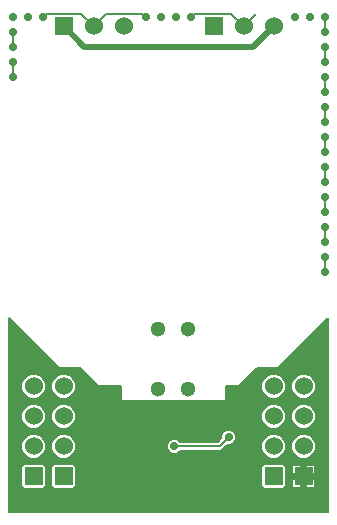
<source format=gbl>
G04 (created by PCBNEW (2013-mar-13)-stable) date Fri 09 Oct 2015 12:04:18 PM CEST*
%MOIN*%
G04 Gerber Fmt 3.4, Leading zero omitted, Abs format*
%FSLAX34Y34*%
G01*
G70*
G90*
G04 APERTURE LIST*
%ADD10C,0.005906*%
%ADD11R,0.060000X0.060000*%
%ADD12C,0.060000*%
%ADD13C,0.051181*%
%ADD14C,0.028000*%
%ADD15C,0.008000*%
%ADD16C,0.020000*%
%ADD17C,0.006000*%
G04 APERTURE END LIST*
G54D10*
G54D11*
X45000Y-26000D03*
G54D12*
X46000Y-26000D03*
X47000Y-26000D03*
G54D11*
X40000Y-26000D03*
G54D12*
X41000Y-26000D03*
X42000Y-26000D03*
G54D11*
X48000Y-41000D03*
G54D12*
X48000Y-40000D03*
X48000Y-39000D03*
X48000Y-38000D03*
G54D11*
X47000Y-41000D03*
G54D12*
X47000Y-40000D03*
X47000Y-39000D03*
X47000Y-38000D03*
G54D11*
X39000Y-41000D03*
G54D12*
X39000Y-40000D03*
X39000Y-39000D03*
X39000Y-38000D03*
G54D11*
X40000Y-41000D03*
G54D12*
X40000Y-40000D03*
X40000Y-39000D03*
X40000Y-38000D03*
G54D13*
X43150Y-38100D03*
X43150Y-36100D03*
X44150Y-38100D03*
X44150Y-36100D03*
G54D14*
X48200Y-25700D03*
X47700Y-25700D03*
X48700Y-25700D03*
X48700Y-34200D03*
X48700Y-33700D03*
X48700Y-33200D03*
X48700Y-32700D03*
X48700Y-32200D03*
X48700Y-31700D03*
X48700Y-31200D03*
X48700Y-30700D03*
X48700Y-30200D03*
X48700Y-29700D03*
X48700Y-29200D03*
X48700Y-28700D03*
X48700Y-28200D03*
X48700Y-27700D03*
X48700Y-27200D03*
X48700Y-26700D03*
X48700Y-26200D03*
X45500Y-39690D03*
X43690Y-39990D03*
X48600Y-37540D03*
X43340Y-39990D03*
X41050Y-39200D03*
X40770Y-40720D03*
X42180Y-39200D03*
X39300Y-25700D03*
X38300Y-25700D03*
X38800Y-25700D03*
X38300Y-27700D03*
X38300Y-27200D03*
X38300Y-26700D03*
X38300Y-26200D03*
X44250Y-25700D03*
X42750Y-25700D03*
X43750Y-25700D03*
X43250Y-25700D03*
G54D15*
X48700Y-25700D02*
X48700Y-26200D01*
X48700Y-33700D02*
X48700Y-34200D01*
X48700Y-32700D02*
X48700Y-33200D01*
X48700Y-31700D02*
X48700Y-32200D01*
X48700Y-30700D02*
X48700Y-31200D01*
X48700Y-29700D02*
X48700Y-30200D01*
X48700Y-28700D02*
X48700Y-29200D01*
X48700Y-27700D02*
X48700Y-28200D01*
X48700Y-26700D02*
X48700Y-27200D01*
X45200Y-39990D02*
X45500Y-39690D01*
X43690Y-39990D02*
X45200Y-39990D01*
X48000Y-41000D02*
X48000Y-41600D01*
X46550Y-41740D02*
X46410Y-41600D01*
X47860Y-41740D02*
X46550Y-41740D01*
X48000Y-41600D02*
X47860Y-41740D01*
X42180Y-39200D02*
X42550Y-39200D01*
X42550Y-39200D02*
X43340Y-39990D01*
X43340Y-39990D02*
X43340Y-40400D01*
X43520Y-40580D02*
X45110Y-40580D01*
X43340Y-40400D02*
X43520Y-40580D01*
X46130Y-41600D02*
X46410Y-41600D01*
X45110Y-40580D02*
X46130Y-41600D01*
X41050Y-39200D02*
X41050Y-40440D01*
X42180Y-39200D02*
X41050Y-39200D01*
X41050Y-40440D02*
X40770Y-40720D01*
G54D16*
X46325Y-26675D02*
X40675Y-26675D01*
X47000Y-26000D02*
X46325Y-26675D01*
X40675Y-26675D02*
X40000Y-26000D01*
G54D15*
X40575Y-25575D02*
X39425Y-25575D01*
X39425Y-25575D02*
X39300Y-25700D01*
X40575Y-25575D02*
X41000Y-26000D01*
X38300Y-27200D02*
X38300Y-27700D01*
X38300Y-26200D02*
X38300Y-26700D01*
X46000Y-26000D02*
X46425Y-25575D01*
X45575Y-25575D02*
X44375Y-25575D01*
X44375Y-25575D02*
X44250Y-25700D01*
X46000Y-26000D02*
X45575Y-25575D01*
X41425Y-25575D02*
X42625Y-25575D01*
X41425Y-25575D02*
X41000Y-26000D01*
X42750Y-25700D02*
X42625Y-25575D01*
G54D10*
G36*
X48820Y-42170D02*
X48410Y-42170D01*
X48410Y-39918D01*
X48410Y-38918D01*
X48410Y-37918D01*
X48347Y-37768D01*
X48232Y-37652D01*
X48081Y-37590D01*
X47918Y-37589D01*
X47768Y-37652D01*
X47652Y-37767D01*
X47590Y-37918D01*
X47589Y-38081D01*
X47652Y-38231D01*
X47767Y-38347D01*
X47918Y-38409D01*
X48081Y-38410D01*
X48231Y-38347D01*
X48347Y-38232D01*
X48409Y-38081D01*
X48410Y-37918D01*
X48410Y-38918D01*
X48347Y-38768D01*
X48232Y-38652D01*
X48081Y-38590D01*
X47918Y-38589D01*
X47768Y-38652D01*
X47652Y-38767D01*
X47590Y-38918D01*
X47589Y-39081D01*
X47652Y-39231D01*
X47767Y-39347D01*
X47918Y-39409D01*
X48081Y-39410D01*
X48231Y-39347D01*
X48347Y-39232D01*
X48409Y-39081D01*
X48410Y-38918D01*
X48410Y-39918D01*
X48347Y-39768D01*
X48232Y-39652D01*
X48081Y-39590D01*
X47918Y-39589D01*
X47768Y-39652D01*
X47652Y-39767D01*
X47590Y-39918D01*
X47589Y-40081D01*
X47652Y-40231D01*
X47767Y-40347D01*
X47918Y-40409D01*
X48081Y-40410D01*
X48231Y-40347D01*
X48347Y-40232D01*
X48409Y-40081D01*
X48410Y-39918D01*
X48410Y-42170D01*
X48390Y-42170D01*
X48390Y-41317D01*
X48390Y-41092D01*
X48390Y-40907D01*
X48390Y-40682D01*
X48376Y-40649D01*
X48350Y-40623D01*
X48317Y-40610D01*
X48282Y-40610D01*
X48092Y-40610D01*
X48070Y-40632D01*
X48070Y-40930D01*
X48367Y-40930D01*
X48390Y-40907D01*
X48390Y-41092D01*
X48367Y-41070D01*
X48070Y-41070D01*
X48070Y-41367D01*
X48092Y-41390D01*
X48282Y-41390D01*
X48317Y-41390D01*
X48350Y-41376D01*
X48376Y-41350D01*
X48390Y-41317D01*
X48390Y-42170D01*
X47930Y-42170D01*
X47930Y-41367D01*
X47930Y-41070D01*
X47930Y-40930D01*
X47930Y-40632D01*
X47907Y-40610D01*
X47717Y-40610D01*
X47682Y-40610D01*
X47649Y-40623D01*
X47623Y-40649D01*
X47610Y-40682D01*
X47610Y-40907D01*
X47632Y-40930D01*
X47930Y-40930D01*
X47930Y-41070D01*
X47632Y-41070D01*
X47610Y-41092D01*
X47610Y-41317D01*
X47623Y-41350D01*
X47649Y-41376D01*
X47682Y-41390D01*
X47717Y-41390D01*
X47907Y-41390D01*
X47930Y-41367D01*
X47930Y-42170D01*
X47410Y-42170D01*
X47410Y-39918D01*
X47410Y-38918D01*
X47410Y-37918D01*
X47347Y-37768D01*
X47232Y-37652D01*
X47081Y-37590D01*
X46918Y-37589D01*
X46768Y-37652D01*
X46652Y-37767D01*
X46590Y-37918D01*
X46589Y-38081D01*
X46652Y-38231D01*
X46767Y-38347D01*
X46918Y-38409D01*
X47081Y-38410D01*
X47231Y-38347D01*
X47347Y-38232D01*
X47409Y-38081D01*
X47410Y-37918D01*
X47410Y-38918D01*
X47347Y-38768D01*
X47232Y-38652D01*
X47081Y-38590D01*
X46918Y-38589D01*
X46768Y-38652D01*
X46652Y-38767D01*
X46590Y-38918D01*
X46589Y-39081D01*
X46652Y-39231D01*
X46767Y-39347D01*
X46918Y-39409D01*
X47081Y-39410D01*
X47231Y-39347D01*
X47347Y-39232D01*
X47409Y-39081D01*
X47410Y-38918D01*
X47410Y-39918D01*
X47347Y-39768D01*
X47232Y-39652D01*
X47081Y-39590D01*
X46918Y-39589D01*
X46768Y-39652D01*
X46652Y-39767D01*
X46590Y-39918D01*
X46589Y-40081D01*
X46652Y-40231D01*
X46767Y-40347D01*
X46918Y-40409D01*
X47081Y-40410D01*
X47231Y-40347D01*
X47347Y-40232D01*
X47409Y-40081D01*
X47410Y-39918D01*
X47410Y-42170D01*
X47410Y-42170D01*
X47410Y-41321D01*
X47410Y-41278D01*
X47410Y-40678D01*
X47393Y-40637D01*
X47362Y-40606D01*
X47321Y-40590D01*
X47278Y-40590D01*
X46678Y-40590D01*
X46637Y-40606D01*
X46606Y-40637D01*
X46590Y-40678D01*
X46590Y-40721D01*
X46590Y-41321D01*
X46606Y-41362D01*
X46637Y-41393D01*
X46678Y-41410D01*
X46721Y-41410D01*
X47321Y-41410D01*
X47362Y-41393D01*
X47393Y-41362D01*
X47410Y-41321D01*
X47410Y-42170D01*
X45750Y-42170D01*
X45750Y-39640D01*
X45712Y-39548D01*
X45641Y-39478D01*
X45549Y-39440D01*
X45450Y-39439D01*
X45358Y-39477D01*
X45288Y-39548D01*
X45250Y-39640D01*
X45249Y-39727D01*
X45137Y-39840D01*
X43893Y-39840D01*
X43831Y-39778D01*
X43739Y-39740D01*
X43640Y-39739D01*
X43548Y-39777D01*
X43478Y-39848D01*
X43440Y-39940D01*
X43439Y-40039D01*
X43477Y-40131D01*
X43548Y-40201D01*
X43640Y-40239D01*
X43739Y-40240D01*
X43831Y-40202D01*
X43893Y-40140D01*
X45200Y-40140D01*
X45257Y-40128D01*
X45257Y-40128D01*
X45306Y-40096D01*
X45462Y-39939D01*
X45549Y-39940D01*
X45641Y-39902D01*
X45711Y-39831D01*
X45749Y-39739D01*
X45750Y-39640D01*
X45750Y-42170D01*
X40410Y-42170D01*
X40410Y-39918D01*
X40410Y-38918D01*
X40410Y-37918D01*
X40347Y-37768D01*
X40232Y-37652D01*
X40081Y-37590D01*
X39918Y-37589D01*
X39768Y-37652D01*
X39652Y-37767D01*
X39590Y-37918D01*
X39589Y-38081D01*
X39652Y-38231D01*
X39767Y-38347D01*
X39918Y-38409D01*
X40081Y-38410D01*
X40231Y-38347D01*
X40347Y-38232D01*
X40409Y-38081D01*
X40410Y-37918D01*
X40410Y-38918D01*
X40347Y-38768D01*
X40232Y-38652D01*
X40081Y-38590D01*
X39918Y-38589D01*
X39768Y-38652D01*
X39652Y-38767D01*
X39590Y-38918D01*
X39589Y-39081D01*
X39652Y-39231D01*
X39767Y-39347D01*
X39918Y-39409D01*
X40081Y-39410D01*
X40231Y-39347D01*
X40347Y-39232D01*
X40409Y-39081D01*
X40410Y-38918D01*
X40410Y-39918D01*
X40347Y-39768D01*
X40232Y-39652D01*
X40081Y-39590D01*
X39918Y-39589D01*
X39768Y-39652D01*
X39652Y-39767D01*
X39590Y-39918D01*
X39589Y-40081D01*
X39652Y-40231D01*
X39767Y-40347D01*
X39918Y-40409D01*
X40081Y-40410D01*
X40231Y-40347D01*
X40347Y-40232D01*
X40409Y-40081D01*
X40410Y-39918D01*
X40410Y-42170D01*
X40410Y-42170D01*
X40410Y-41321D01*
X40410Y-41278D01*
X40410Y-40678D01*
X40393Y-40637D01*
X40362Y-40606D01*
X40321Y-40590D01*
X40278Y-40590D01*
X39678Y-40590D01*
X39637Y-40606D01*
X39606Y-40637D01*
X39590Y-40678D01*
X39590Y-40721D01*
X39590Y-41321D01*
X39606Y-41362D01*
X39637Y-41393D01*
X39678Y-41410D01*
X39721Y-41410D01*
X40321Y-41410D01*
X40362Y-41393D01*
X40393Y-41362D01*
X40410Y-41321D01*
X40410Y-42170D01*
X39410Y-42170D01*
X39410Y-39918D01*
X39410Y-38918D01*
X39410Y-37918D01*
X39347Y-37768D01*
X39232Y-37652D01*
X39081Y-37590D01*
X38918Y-37589D01*
X38768Y-37652D01*
X38652Y-37767D01*
X38590Y-37918D01*
X38589Y-38081D01*
X38652Y-38231D01*
X38767Y-38347D01*
X38918Y-38409D01*
X39081Y-38410D01*
X39231Y-38347D01*
X39347Y-38232D01*
X39409Y-38081D01*
X39410Y-37918D01*
X39410Y-38918D01*
X39347Y-38768D01*
X39232Y-38652D01*
X39081Y-38590D01*
X38918Y-38589D01*
X38768Y-38652D01*
X38652Y-38767D01*
X38590Y-38918D01*
X38589Y-39081D01*
X38652Y-39231D01*
X38767Y-39347D01*
X38918Y-39409D01*
X39081Y-39410D01*
X39231Y-39347D01*
X39347Y-39232D01*
X39409Y-39081D01*
X39410Y-38918D01*
X39410Y-39918D01*
X39347Y-39768D01*
X39232Y-39652D01*
X39081Y-39590D01*
X38918Y-39589D01*
X38768Y-39652D01*
X38652Y-39767D01*
X38590Y-39918D01*
X38589Y-40081D01*
X38652Y-40231D01*
X38767Y-40347D01*
X38918Y-40409D01*
X39081Y-40410D01*
X39231Y-40347D01*
X39347Y-40232D01*
X39409Y-40081D01*
X39410Y-39918D01*
X39410Y-42170D01*
X39410Y-42170D01*
X39410Y-41321D01*
X39410Y-41278D01*
X39410Y-40678D01*
X39393Y-40637D01*
X39362Y-40606D01*
X39321Y-40590D01*
X39278Y-40590D01*
X38678Y-40590D01*
X38637Y-40606D01*
X38606Y-40637D01*
X38590Y-40678D01*
X38590Y-40721D01*
X38590Y-41321D01*
X38606Y-41362D01*
X38637Y-41393D01*
X38678Y-41410D01*
X38721Y-41410D01*
X39321Y-41410D01*
X39362Y-41393D01*
X39393Y-41362D01*
X39410Y-41321D01*
X39410Y-42170D01*
X38179Y-42170D01*
X38179Y-35722D01*
X39837Y-37380D01*
X40537Y-37380D01*
X41137Y-37980D01*
X41900Y-37980D01*
X41900Y-38480D01*
X45420Y-38480D01*
X45420Y-37980D01*
X45862Y-37980D01*
X46462Y-37380D01*
X47162Y-37380D01*
X48820Y-35722D01*
X48820Y-42170D01*
X48820Y-42170D01*
G37*
G54D17*
X48820Y-42170D02*
X48410Y-42170D01*
X48410Y-39918D01*
X48410Y-38918D01*
X48410Y-37918D01*
X48347Y-37768D01*
X48232Y-37652D01*
X48081Y-37590D01*
X47918Y-37589D01*
X47768Y-37652D01*
X47652Y-37767D01*
X47590Y-37918D01*
X47589Y-38081D01*
X47652Y-38231D01*
X47767Y-38347D01*
X47918Y-38409D01*
X48081Y-38410D01*
X48231Y-38347D01*
X48347Y-38232D01*
X48409Y-38081D01*
X48410Y-37918D01*
X48410Y-38918D01*
X48347Y-38768D01*
X48232Y-38652D01*
X48081Y-38590D01*
X47918Y-38589D01*
X47768Y-38652D01*
X47652Y-38767D01*
X47590Y-38918D01*
X47589Y-39081D01*
X47652Y-39231D01*
X47767Y-39347D01*
X47918Y-39409D01*
X48081Y-39410D01*
X48231Y-39347D01*
X48347Y-39232D01*
X48409Y-39081D01*
X48410Y-38918D01*
X48410Y-39918D01*
X48347Y-39768D01*
X48232Y-39652D01*
X48081Y-39590D01*
X47918Y-39589D01*
X47768Y-39652D01*
X47652Y-39767D01*
X47590Y-39918D01*
X47589Y-40081D01*
X47652Y-40231D01*
X47767Y-40347D01*
X47918Y-40409D01*
X48081Y-40410D01*
X48231Y-40347D01*
X48347Y-40232D01*
X48409Y-40081D01*
X48410Y-39918D01*
X48410Y-42170D01*
X48390Y-42170D01*
X48390Y-41317D01*
X48390Y-41092D01*
X48390Y-40907D01*
X48390Y-40682D01*
X48376Y-40649D01*
X48350Y-40623D01*
X48317Y-40610D01*
X48282Y-40610D01*
X48092Y-40610D01*
X48070Y-40632D01*
X48070Y-40930D01*
X48367Y-40930D01*
X48390Y-40907D01*
X48390Y-41092D01*
X48367Y-41070D01*
X48070Y-41070D01*
X48070Y-41367D01*
X48092Y-41390D01*
X48282Y-41390D01*
X48317Y-41390D01*
X48350Y-41376D01*
X48376Y-41350D01*
X48390Y-41317D01*
X48390Y-42170D01*
X47930Y-42170D01*
X47930Y-41367D01*
X47930Y-41070D01*
X47930Y-40930D01*
X47930Y-40632D01*
X47907Y-40610D01*
X47717Y-40610D01*
X47682Y-40610D01*
X47649Y-40623D01*
X47623Y-40649D01*
X47610Y-40682D01*
X47610Y-40907D01*
X47632Y-40930D01*
X47930Y-40930D01*
X47930Y-41070D01*
X47632Y-41070D01*
X47610Y-41092D01*
X47610Y-41317D01*
X47623Y-41350D01*
X47649Y-41376D01*
X47682Y-41390D01*
X47717Y-41390D01*
X47907Y-41390D01*
X47930Y-41367D01*
X47930Y-42170D01*
X47410Y-42170D01*
X47410Y-39918D01*
X47410Y-38918D01*
X47410Y-37918D01*
X47347Y-37768D01*
X47232Y-37652D01*
X47081Y-37590D01*
X46918Y-37589D01*
X46768Y-37652D01*
X46652Y-37767D01*
X46590Y-37918D01*
X46589Y-38081D01*
X46652Y-38231D01*
X46767Y-38347D01*
X46918Y-38409D01*
X47081Y-38410D01*
X47231Y-38347D01*
X47347Y-38232D01*
X47409Y-38081D01*
X47410Y-37918D01*
X47410Y-38918D01*
X47347Y-38768D01*
X47232Y-38652D01*
X47081Y-38590D01*
X46918Y-38589D01*
X46768Y-38652D01*
X46652Y-38767D01*
X46590Y-38918D01*
X46589Y-39081D01*
X46652Y-39231D01*
X46767Y-39347D01*
X46918Y-39409D01*
X47081Y-39410D01*
X47231Y-39347D01*
X47347Y-39232D01*
X47409Y-39081D01*
X47410Y-38918D01*
X47410Y-39918D01*
X47347Y-39768D01*
X47232Y-39652D01*
X47081Y-39590D01*
X46918Y-39589D01*
X46768Y-39652D01*
X46652Y-39767D01*
X46590Y-39918D01*
X46589Y-40081D01*
X46652Y-40231D01*
X46767Y-40347D01*
X46918Y-40409D01*
X47081Y-40410D01*
X47231Y-40347D01*
X47347Y-40232D01*
X47409Y-40081D01*
X47410Y-39918D01*
X47410Y-42170D01*
X47410Y-42170D01*
X47410Y-41321D01*
X47410Y-41278D01*
X47410Y-40678D01*
X47393Y-40637D01*
X47362Y-40606D01*
X47321Y-40590D01*
X47278Y-40590D01*
X46678Y-40590D01*
X46637Y-40606D01*
X46606Y-40637D01*
X46590Y-40678D01*
X46590Y-40721D01*
X46590Y-41321D01*
X46606Y-41362D01*
X46637Y-41393D01*
X46678Y-41410D01*
X46721Y-41410D01*
X47321Y-41410D01*
X47362Y-41393D01*
X47393Y-41362D01*
X47410Y-41321D01*
X47410Y-42170D01*
X45750Y-42170D01*
X45750Y-39640D01*
X45712Y-39548D01*
X45641Y-39478D01*
X45549Y-39440D01*
X45450Y-39439D01*
X45358Y-39477D01*
X45288Y-39548D01*
X45250Y-39640D01*
X45249Y-39727D01*
X45137Y-39840D01*
X43893Y-39840D01*
X43831Y-39778D01*
X43739Y-39740D01*
X43640Y-39739D01*
X43548Y-39777D01*
X43478Y-39848D01*
X43440Y-39940D01*
X43439Y-40039D01*
X43477Y-40131D01*
X43548Y-40201D01*
X43640Y-40239D01*
X43739Y-40240D01*
X43831Y-40202D01*
X43893Y-40140D01*
X45200Y-40140D01*
X45257Y-40128D01*
X45257Y-40128D01*
X45306Y-40096D01*
X45462Y-39939D01*
X45549Y-39940D01*
X45641Y-39902D01*
X45711Y-39831D01*
X45749Y-39739D01*
X45750Y-39640D01*
X45750Y-42170D01*
X40410Y-42170D01*
X40410Y-39918D01*
X40410Y-38918D01*
X40410Y-37918D01*
X40347Y-37768D01*
X40232Y-37652D01*
X40081Y-37590D01*
X39918Y-37589D01*
X39768Y-37652D01*
X39652Y-37767D01*
X39590Y-37918D01*
X39589Y-38081D01*
X39652Y-38231D01*
X39767Y-38347D01*
X39918Y-38409D01*
X40081Y-38410D01*
X40231Y-38347D01*
X40347Y-38232D01*
X40409Y-38081D01*
X40410Y-37918D01*
X40410Y-38918D01*
X40347Y-38768D01*
X40232Y-38652D01*
X40081Y-38590D01*
X39918Y-38589D01*
X39768Y-38652D01*
X39652Y-38767D01*
X39590Y-38918D01*
X39589Y-39081D01*
X39652Y-39231D01*
X39767Y-39347D01*
X39918Y-39409D01*
X40081Y-39410D01*
X40231Y-39347D01*
X40347Y-39232D01*
X40409Y-39081D01*
X40410Y-38918D01*
X40410Y-39918D01*
X40347Y-39768D01*
X40232Y-39652D01*
X40081Y-39590D01*
X39918Y-39589D01*
X39768Y-39652D01*
X39652Y-39767D01*
X39590Y-39918D01*
X39589Y-40081D01*
X39652Y-40231D01*
X39767Y-40347D01*
X39918Y-40409D01*
X40081Y-40410D01*
X40231Y-40347D01*
X40347Y-40232D01*
X40409Y-40081D01*
X40410Y-39918D01*
X40410Y-42170D01*
X40410Y-42170D01*
X40410Y-41321D01*
X40410Y-41278D01*
X40410Y-40678D01*
X40393Y-40637D01*
X40362Y-40606D01*
X40321Y-40590D01*
X40278Y-40590D01*
X39678Y-40590D01*
X39637Y-40606D01*
X39606Y-40637D01*
X39590Y-40678D01*
X39590Y-40721D01*
X39590Y-41321D01*
X39606Y-41362D01*
X39637Y-41393D01*
X39678Y-41410D01*
X39721Y-41410D01*
X40321Y-41410D01*
X40362Y-41393D01*
X40393Y-41362D01*
X40410Y-41321D01*
X40410Y-42170D01*
X39410Y-42170D01*
X39410Y-39918D01*
X39410Y-38918D01*
X39410Y-37918D01*
X39347Y-37768D01*
X39232Y-37652D01*
X39081Y-37590D01*
X38918Y-37589D01*
X38768Y-37652D01*
X38652Y-37767D01*
X38590Y-37918D01*
X38589Y-38081D01*
X38652Y-38231D01*
X38767Y-38347D01*
X38918Y-38409D01*
X39081Y-38410D01*
X39231Y-38347D01*
X39347Y-38232D01*
X39409Y-38081D01*
X39410Y-37918D01*
X39410Y-38918D01*
X39347Y-38768D01*
X39232Y-38652D01*
X39081Y-38590D01*
X38918Y-38589D01*
X38768Y-38652D01*
X38652Y-38767D01*
X38590Y-38918D01*
X38589Y-39081D01*
X38652Y-39231D01*
X38767Y-39347D01*
X38918Y-39409D01*
X39081Y-39410D01*
X39231Y-39347D01*
X39347Y-39232D01*
X39409Y-39081D01*
X39410Y-38918D01*
X39410Y-39918D01*
X39347Y-39768D01*
X39232Y-39652D01*
X39081Y-39590D01*
X38918Y-39589D01*
X38768Y-39652D01*
X38652Y-39767D01*
X38590Y-39918D01*
X38589Y-40081D01*
X38652Y-40231D01*
X38767Y-40347D01*
X38918Y-40409D01*
X39081Y-40410D01*
X39231Y-40347D01*
X39347Y-40232D01*
X39409Y-40081D01*
X39410Y-39918D01*
X39410Y-42170D01*
X39410Y-42170D01*
X39410Y-41321D01*
X39410Y-41278D01*
X39410Y-40678D01*
X39393Y-40637D01*
X39362Y-40606D01*
X39321Y-40590D01*
X39278Y-40590D01*
X38678Y-40590D01*
X38637Y-40606D01*
X38606Y-40637D01*
X38590Y-40678D01*
X38590Y-40721D01*
X38590Y-41321D01*
X38606Y-41362D01*
X38637Y-41393D01*
X38678Y-41410D01*
X38721Y-41410D01*
X39321Y-41410D01*
X39362Y-41393D01*
X39393Y-41362D01*
X39410Y-41321D01*
X39410Y-42170D01*
X38179Y-42170D01*
X38179Y-35722D01*
X39837Y-37380D01*
X40537Y-37380D01*
X41137Y-37980D01*
X41900Y-37980D01*
X41900Y-38480D01*
X45420Y-38480D01*
X45420Y-37980D01*
X45862Y-37980D01*
X46462Y-37380D01*
X47162Y-37380D01*
X48820Y-35722D01*
X48820Y-42170D01*
M02*

</source>
